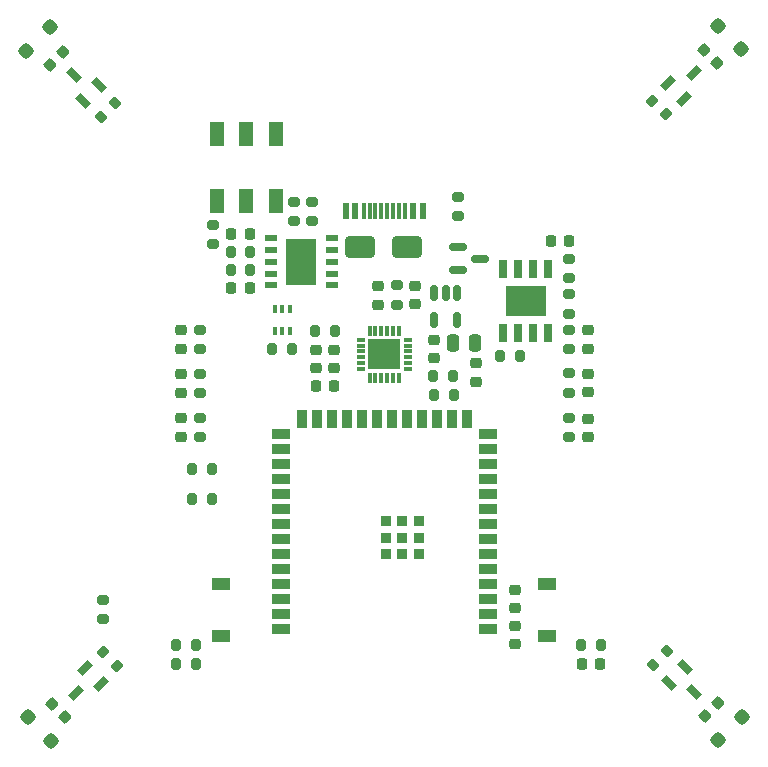
<source format=gtp>
%TF.GenerationSoftware,KiCad,Pcbnew,9.0.3*%
%TF.CreationDate,2025-07-30T12:07:42-04:00*%
%TF.ProjectId,LiteWingV2.5C,4c697465-5769-46e6-9756-322e35432e6b,rev?*%
%TF.SameCoordinates,Original*%
%TF.FileFunction,Paste,Top*%
%TF.FilePolarity,Positive*%
%FSLAX46Y46*%
G04 Gerber Fmt 4.6, Leading zero omitted, Abs format (unit mm)*
G04 Created by KiCad (PCBNEW 9.0.3) date 2025-07-30 12:07:42*
%MOMM*%
%LPD*%
G01*
G04 APERTURE LIST*
G04 Aperture macros list*
%AMRoundRect*
0 Rectangle with rounded corners*
0 $1 Rounding radius*
0 $2 $3 $4 $5 $6 $7 $8 $9 X,Y pos of 4 corners*
0 Add a 4 corners polygon primitive as box body*
4,1,4,$2,$3,$4,$5,$6,$7,$8,$9,$2,$3,0*
0 Add four circle primitives for the rounded corners*
1,1,$1+$1,$2,$3*
1,1,$1+$1,$4,$5*
1,1,$1+$1,$6,$7*
1,1,$1+$1,$8,$9*
0 Add four rect primitives between the rounded corners*
20,1,$1+$1,$2,$3,$4,$5,0*
20,1,$1+$1,$4,$5,$6,$7,0*
20,1,$1+$1,$6,$7,$8,$9,0*
20,1,$1+$1,$8,$9,$2,$3,0*%
%AMRotRect*
0 Rectangle, with rotation*
0 The origin of the aperture is its center*
0 $1 length*
0 $2 width*
0 $3 Rotation angle, in degrees counterclockwise*
0 Add horizontal line*
21,1,$1,$2,0,0,$3*%
G04 Aperture macros list end*
%ADD10RoundRect,0.218750X0.256250X-0.218750X0.256250X0.218750X-0.256250X0.218750X-0.256250X-0.218750X0*%
%ADD11RoundRect,0.200000X-0.200000X-0.275000X0.200000X-0.275000X0.200000X0.275000X-0.200000X0.275000X0*%
%ADD12RoundRect,0.225000X0.225000X0.250000X-0.225000X0.250000X-0.225000X-0.250000X0.225000X-0.250000X0*%
%ADD13RoundRect,0.200000X-0.275000X0.200000X-0.275000X-0.200000X0.275000X-0.200000X0.275000X0.200000X0*%
%ADD14R,1.600000X1.050000*%
%ADD15RoundRect,0.200000X0.275000X-0.200000X0.275000X0.200000X-0.275000X0.200000X-0.275000X-0.200000X0*%
%ADD16RoundRect,0.225000X-0.250000X0.225000X-0.250000X-0.225000X0.250000X-0.225000X0.250000X0.225000X0*%
%ADD17RoundRect,0.200000X0.200000X0.275000X-0.200000X0.275000X-0.200000X-0.275000X0.200000X-0.275000X0*%
%ADD18RotRect,0.600000X1.300000X135.000000*%
%ADD19RoundRect,0.218750X-0.256250X0.218750X-0.256250X-0.218750X0.256250X-0.218750X0.256250X0.218750X0*%
%ADD20RoundRect,0.200000X-0.335876X-0.053033X-0.053033X-0.335876X0.335876X0.053033X0.053033X0.335876X0*%
%ADD21RotRect,0.600000X1.300000X225.000000*%
%ADD22RoundRect,0.225000X-0.225000X-0.250000X0.225000X-0.250000X0.225000X0.250000X-0.225000X0.250000X0*%
%ADD23R,1.100000X0.510000*%
%ADD24R,2.500000X4.000000*%
%ADD25RoundRect,0.250000X1.000000X0.650000X-1.000000X0.650000X-1.000000X-0.650000X1.000000X-0.650000X0*%
%ADD26RoundRect,0.200000X0.053033X-0.335876X0.335876X-0.053033X-0.053033X0.335876X-0.335876X0.053033X0*%
%ADD27RoundRect,0.250000X0.000000X0.424264X-0.424264X0.000000X0.000000X-0.424264X0.424264X0.000000X0*%
%ADD28RoundRect,0.250000X0.424264X0.000000X0.000000X0.424264X-0.424264X0.000000X0.000000X-0.424264X0*%
%ADD29RoundRect,0.250000X-0.250000X-0.475000X0.250000X-0.475000X0.250000X0.475000X-0.250000X0.475000X0*%
%ADD30RoundRect,0.225000X0.250000X-0.225000X0.250000X0.225000X-0.250000X0.225000X-0.250000X-0.225000X0*%
%ADD31R,1.199900X2.000000*%
%ADD32RotRect,0.600000X1.300000X315.000000*%
%ADD33RotRect,0.600000X1.300000X45.000000*%
%ADD34R,0.600000X1.450000*%
%ADD35R,0.300000X1.450000*%
%ADD36R,0.900000X0.900000*%
%ADD37R,1.500000X0.900000*%
%ADD38R,0.900000X1.500000*%
%ADD39RoundRect,0.250000X-0.424264X0.000000X0.000000X-0.424264X0.424264X0.000000X0.000000X0.424264X0*%
%ADD40RoundRect,0.100000X0.100000X-0.225000X0.100000X0.225000X-0.100000X0.225000X-0.100000X-0.225000X0*%
%ADD41RoundRect,0.225000X-0.017678X0.335876X-0.335876X0.017678X0.017678X-0.335876X0.335876X-0.017678X0*%
%ADD42RoundRect,0.225000X-0.335876X-0.017678X-0.017678X-0.335876X0.335876X0.017678X0.017678X0.335876X0*%
%ADD43RoundRect,0.225000X0.335876X0.017678X0.017678X0.335876X-0.335876X-0.017678X-0.017678X-0.335876X0*%
%ADD44RoundRect,0.200000X0.335876X0.053033X0.053033X0.335876X-0.335876X-0.053033X-0.053033X-0.335876X0*%
%ADD45RoundRect,0.150000X-0.150000X0.512500X-0.150000X-0.512500X0.150000X-0.512500X0.150000X0.512500X0*%
%ADD46R,0.700000X1.525000*%
%ADD47R,3.402000X2.513000*%
%ADD48RoundRect,0.225000X0.017678X-0.335876X0.335876X-0.017678X-0.017678X0.335876X-0.335876X0.017678X0*%
%ADD49RoundRect,0.250000X0.000000X-0.424264X0.424264X0.000000X0.000000X0.424264X-0.424264X0.000000X0*%
%ADD50RoundRect,0.150000X-0.587500X-0.150000X0.587500X-0.150000X0.587500X0.150000X-0.587500X0.150000X0*%
%ADD51R,0.800000X0.350000*%
%ADD52R,0.350000X0.850000*%
%ADD53R,2.700000X2.600000*%
%ADD54RoundRect,0.200000X-0.053033X0.335876X-0.335876X0.053033X0.053033X-0.335876X0.335876X-0.053033X0*%
G04 APERTURE END LIST*
D10*
%TO.C,LED4*%
X130135500Y-91198500D03*
X130135500Y-89623500D03*
%TD*%
D11*
%TO.C,R30*%
X129778500Y-116308000D03*
X131428500Y-116308000D03*
%TD*%
D12*
%TO.C,C9*%
X143129500Y-94363000D03*
X141579500Y-94363000D03*
%TD*%
D13*
%TO.C,R13*%
X131764500Y-97046000D03*
X131764500Y-98696000D03*
%TD*%
D11*
%TO.C,R19*%
X137877000Y-91224500D03*
X139527000Y-91224500D03*
%TD*%
D14*
%TO.C,SW2*%
X133531500Y-115555000D03*
X133531500Y-111105000D03*
%TD*%
D15*
%TO.C,R28*%
X123552500Y-114092000D03*
X123552500Y-112442000D03*
%TD*%
D16*
%TO.C,C10*%
X143102500Y-91274000D03*
X143102500Y-92824000D03*
%TD*%
D11*
%TO.C,R10*%
X134378500Y-83013000D03*
X136028500Y-83013000D03*
%TD*%
D15*
%TO.C,R6*%
X163001500Y-94903547D03*
X163001500Y-93253547D03*
%TD*%
D17*
%TO.C,R17*%
X143187500Y-89696000D03*
X141537500Y-89696000D03*
%TD*%
D10*
%TO.C,LED6*%
X130135500Y-98638500D03*
X130135500Y-97063500D03*
%TD*%
D16*
%TO.C,C12*%
X158454500Y-114638000D03*
X158454500Y-116188000D03*
%TD*%
D18*
%TO.C,T1*%
X171398379Y-68670618D03*
X172741882Y-70014121D03*
X173555055Y-67857445D03*
%TD*%
D19*
%TO.C,LED1*%
X164619500Y-97103500D03*
X164619500Y-98678500D03*
%TD*%
D20*
%TO.C,R24*%
X123584531Y-116875029D03*
X124751257Y-118041755D03*
%TD*%
D21*
%TO.C,T4*%
X121885211Y-70192214D03*
X123228714Y-68848711D03*
X121072038Y-68035538D03*
%TD*%
D22*
%TO.C,C6*%
X134428500Y-86090000D03*
X135978500Y-86090000D03*
%TD*%
D15*
%TO.C,R2*%
X141257500Y-80400000D03*
X141257500Y-78750000D03*
%TD*%
D10*
%TO.C,LED5*%
X130135500Y-94918500D03*
X130135500Y-93343500D03*
%TD*%
D17*
%TO.C,R5*%
X158832500Y-91827000D03*
X157182500Y-91827000D03*
%TD*%
D11*
%TO.C,R29*%
X129778500Y-117889000D03*
X131428500Y-117889000D03*
%TD*%
D23*
%TO.C,U5*%
X142910000Y-85837500D03*
X142910000Y-84837500D03*
X142910000Y-83837500D03*
X142910000Y-82837500D03*
X142910000Y-81837500D03*
X137810000Y-81837500D03*
X137810000Y-82837500D03*
X137810000Y-83837500D03*
X137810000Y-84837500D03*
X137810000Y-85837500D03*
D24*
X140360000Y-83837500D03*
%TD*%
D13*
%TO.C,R11*%
X131763500Y-89606000D03*
X131763500Y-91256000D03*
%TD*%
D25*
%TO.C,D1*%
X149293001Y-82576000D03*
X145292999Y-82576000D03*
%TD*%
D12*
%TO.C,C7*%
X135978500Y-81489000D03*
X134428500Y-81489000D03*
%TD*%
D26*
%TO.C,R23*%
X170109228Y-117948454D03*
X171275954Y-116781728D03*
%TD*%
D27*
%TO.C,D3*%
X177619668Y-122344090D03*
X175639770Y-124323988D03*
%TD*%
D28*
%TO.C,D4*%
X119188895Y-124385469D03*
X117208997Y-122405571D03*
%TD*%
D29*
%TO.C,C3*%
X153194501Y-90686000D03*
X155094499Y-90686000D03*
%TD*%
D13*
%TO.C,R27*%
X163000500Y-86589000D03*
X163000500Y-88239000D03*
%TD*%
D30*
%TO.C,C1*%
X149987500Y-87422000D03*
X149987500Y-85872000D03*
%TD*%
D31*
%TO.C,SW1*%
X138178500Y-78704000D03*
X135678600Y-78704000D03*
X133178700Y-78704000D03*
X138178500Y-73004000D03*
X135678600Y-73004200D03*
X133178700Y-73004000D03*
%TD*%
D13*
%TO.C,R26*%
X163011500Y-83563000D03*
X163011500Y-85213000D03*
%TD*%
D10*
%TO.C,LED2*%
X164619500Y-94886048D03*
X164619500Y-93311046D03*
%TD*%
D32*
%TO.C,T3*%
X123409199Y-119560590D03*
X122065696Y-118217087D03*
X121252523Y-120373763D03*
%TD*%
D33*
%TO.C,T2*%
X172794789Y-118123786D03*
X171451286Y-119467289D03*
X173607962Y-120280462D03*
%TD*%
D22*
%TO.C,C5*%
X161498500Y-82107000D03*
X163048500Y-82107000D03*
%TD*%
D34*
%TO.C,J1*%
X150627500Y-79504000D03*
X149827501Y-79504000D03*
D35*
X148627500Y-79503999D03*
X147627500Y-79504000D03*
X147127500Y-79504000D03*
X146127500Y-79503999D03*
D34*
X144927499Y-79504000D03*
X144127500Y-79504000D03*
X144127500Y-79504000D03*
X144927499Y-79504000D03*
D35*
X145627500Y-79504000D03*
X146627500Y-79504000D03*
X148127500Y-79504000D03*
X149127500Y-79504000D03*
D34*
X149827501Y-79504000D03*
X150627500Y-79504000D03*
%TD*%
D12*
%TO.C,C14*%
X165653500Y-117863000D03*
X164103500Y-117863000D03*
%TD*%
D36*
%TO.C,U8*%
X150277500Y-108594000D03*
X150277500Y-107194000D03*
X150277500Y-105794000D03*
X148877500Y-108594000D03*
X148877500Y-107194000D03*
X148877500Y-105794000D03*
X147477500Y-108594000D03*
X147477500Y-107194000D03*
X147477500Y-105794000D03*
D37*
X156127500Y-114914000D03*
X156127500Y-113644000D03*
X156127500Y-112374000D03*
X156127500Y-111104000D03*
X156127500Y-109834000D03*
X156127500Y-108564000D03*
X156127500Y-107294000D03*
X156127500Y-106024000D03*
X156127500Y-104754000D03*
X156127500Y-103484000D03*
X156127500Y-102214000D03*
X156127500Y-100944000D03*
X156127500Y-99674000D03*
X156127500Y-98404000D03*
D38*
X154362500Y-97154000D03*
X153092500Y-97154000D03*
X151822500Y-97154000D03*
X150552500Y-97154000D03*
X149282500Y-97154000D03*
X148012500Y-97154000D03*
X146742500Y-97154000D03*
X145472500Y-97154000D03*
X144202500Y-97154000D03*
X142932500Y-97154000D03*
X141662500Y-97154000D03*
X140392500Y-97154000D03*
D37*
X138627500Y-98404000D03*
X138627500Y-99674000D03*
X138627500Y-100944000D03*
X138627500Y-102214000D03*
X138627500Y-103484000D03*
X138627500Y-104754000D03*
X138627500Y-106024000D03*
X138627500Y-107294000D03*
X138627500Y-108564000D03*
X138627500Y-109834000D03*
X138627500Y-111104000D03*
X138627500Y-112374000D03*
X138627500Y-113644000D03*
X138627500Y-114914000D03*
%TD*%
D39*
%TO.C,D2*%
X175618683Y-63845739D03*
X177598581Y-65825637D03*
%TD*%
D15*
%TO.C,R4*%
X163001500Y-98696000D03*
X163001500Y-97046000D03*
%TD*%
D40*
%TO.C,U6*%
X138095000Y-89708500D03*
X138745000Y-89708499D03*
X139395000Y-89708500D03*
X139395000Y-87808500D03*
X138745000Y-87808501D03*
X138095000Y-87808500D03*
%TD*%
D15*
%TO.C,R1*%
X139726500Y-80404000D03*
X139726500Y-78754000D03*
%TD*%
D41*
%TO.C,C16*%
X175586415Y-121162899D03*
X174490399Y-122258915D03*
%TD*%
D19*
%TO.C,LED3*%
X164619500Y-89623499D03*
X164619500Y-91198501D03*
%TD*%
D42*
%TO.C,C15*%
X174437492Y-65878992D03*
X175533508Y-66975008D03*
%TD*%
D15*
%TO.C,R7*%
X163001500Y-91256000D03*
X163001500Y-89606000D03*
%TD*%
D43*
%TO.C,C17*%
X120370086Y-122352216D03*
X119274070Y-121256200D03*
%TD*%
D15*
%TO.C,R3*%
X153624500Y-79987000D03*
X153624500Y-78337000D03*
%TD*%
D44*
%TO.C,R22*%
X171223047Y-71356179D03*
X170056321Y-70189453D03*
%TD*%
D45*
%TO.C,U2*%
X153522999Y-86450500D03*
X152573000Y-86450500D03*
X151623001Y-86450500D03*
X151623001Y-88725500D03*
X153522999Y-88725500D03*
%TD*%
D11*
%TO.C,R20*%
X131109500Y-101408000D03*
X132759500Y-101408000D03*
%TD*%
%TO.C,R16*%
X151600500Y-95101000D03*
X153250500Y-95101000D03*
%TD*%
D46*
%TO.C,IC1*%
X157464500Y-89899000D03*
X158734500Y-89899000D03*
X160004500Y-89899000D03*
X161274500Y-89899000D03*
X161274500Y-84475000D03*
X160004500Y-84475000D03*
X158734500Y-84475000D03*
X157464500Y-84475000D03*
D47*
X159369500Y-87187000D03*
%TD*%
D30*
%TO.C,C8*%
X146840500Y-87455000D03*
X146840500Y-85905000D03*
%TD*%
D48*
%TO.C,C18*%
X119093585Y-67153101D03*
X120189601Y-66057085D03*
%TD*%
D13*
%TO.C,R12*%
X131764500Y-93326000D03*
X131764500Y-94976000D03*
%TD*%
D49*
%TO.C,D5*%
X117060332Y-65971910D03*
X119040230Y-63992012D03*
%TD*%
D13*
%TO.C,R15*%
X148422500Y-85839000D03*
X148422500Y-87489000D03*
%TD*%
D11*
%TO.C,R14*%
X151524500Y-93535000D03*
X153174500Y-93535000D03*
%TD*%
D50*
%TO.C,U1*%
X153618499Y-82620000D03*
X153618499Y-84520000D03*
X155493500Y-83570000D03*
%TD*%
D16*
%TO.C,C11*%
X141579500Y-91274000D03*
X141579500Y-92824000D03*
%TD*%
D30*
%TO.C,C4*%
X155155500Y-93976000D03*
X155155500Y-92426000D03*
%TD*%
D15*
%TO.C,R8*%
X132901500Y-82344000D03*
X132901500Y-80694000D03*
%TD*%
D14*
%TO.C,SW3*%
X161171500Y-115555000D03*
X161171500Y-111105000D03*
%TD*%
D30*
%TO.C,C13*%
X158461500Y-113149000D03*
X158461500Y-111599000D03*
%TD*%
D16*
%TO.C,C2*%
X151599500Y-90461000D03*
X151599500Y-92011000D03*
%TD*%
D11*
%TO.C,R9*%
X134378500Y-84530000D03*
X136028500Y-84530000D03*
%TD*%
D51*
%TO.C,U7*%
X149377500Y-92924000D03*
X149377500Y-92424000D03*
X149377500Y-91924000D03*
X149377500Y-91424000D03*
X149377500Y-90924000D03*
X149377500Y-90424000D03*
D52*
X148627500Y-89699000D03*
X148127500Y-89699000D03*
X147627500Y-89699000D03*
X147127500Y-89699000D03*
X146627500Y-89699000D03*
X146127500Y-89699000D03*
D51*
X145377500Y-90424000D03*
X145377500Y-90924000D03*
X145377500Y-91424000D03*
X145377500Y-91924000D03*
X145377500Y-92424000D03*
X145377500Y-92924000D03*
D52*
X146127500Y-93649000D03*
X146627500Y-93649000D03*
X147127500Y-93649000D03*
X147627500Y-93649000D03*
X148127500Y-93649000D03*
X148627500Y-93649000D03*
D53*
X147377500Y-91674000D03*
%TD*%
D54*
%TO.C,R25*%
X124570772Y-70367546D03*
X123404046Y-71534272D03*
%TD*%
D17*
%TO.C,R18*%
X165703500Y-116273000D03*
X164053500Y-116273000D03*
%TD*%
D11*
%TO.C,R21*%
X131109500Y-103918000D03*
X132759500Y-103918000D03*
%TD*%
M02*

</source>
